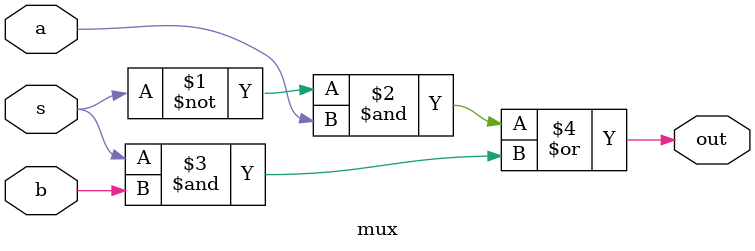
<source format=v>

module mux(input s,a,b,output out
);


assign out =((~s)&(a))|((s)&(b));
endmodule

</source>
